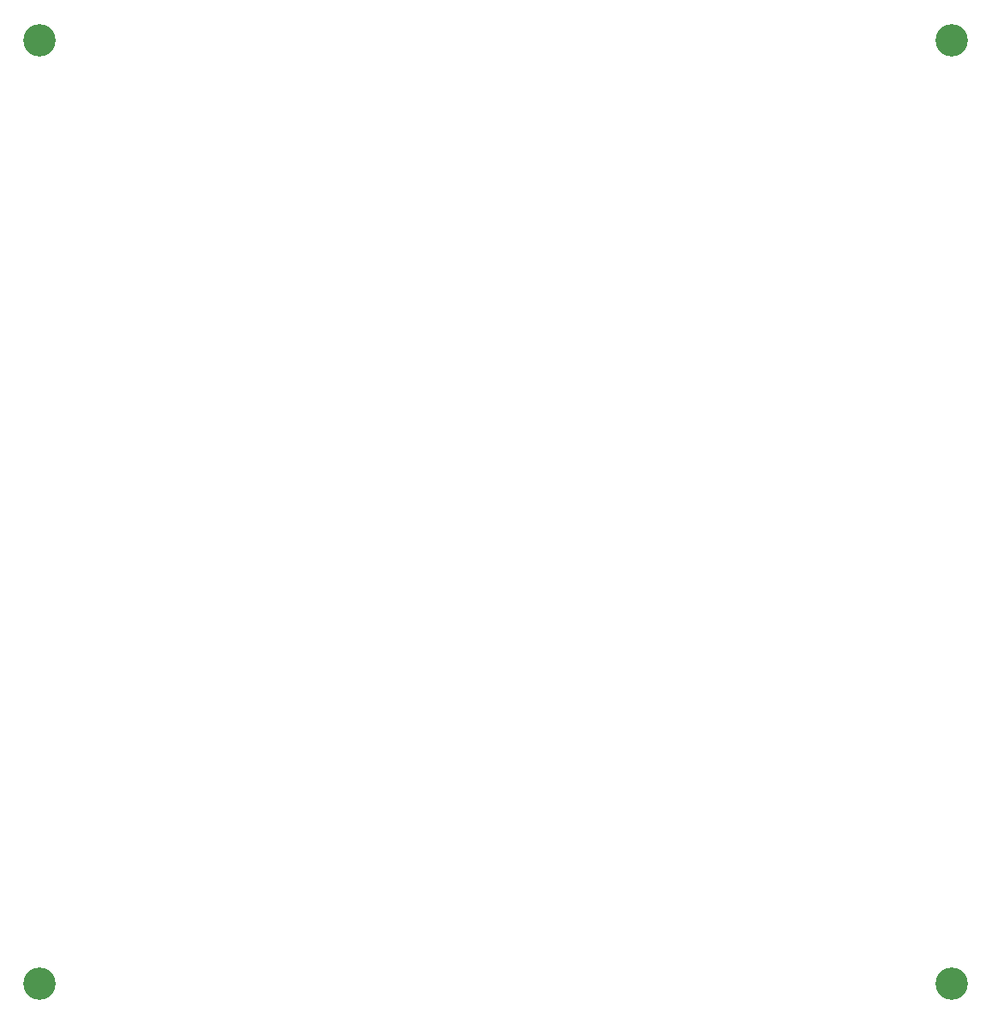
<source format=gbr>
%TF.GenerationSoftware,KiCad,Pcbnew,7.0.7*%
%TF.CreationDate,2023-10-03T08:45:34+02:00*%
%TF.ProjectId,frontPanel,66726f6e-7450-4616-9e65-6c2e6b696361,rev?*%
%TF.SameCoordinates,Original*%
%TF.FileFunction,Soldermask,Bot*%
%TF.FilePolarity,Negative*%
%FSLAX46Y46*%
G04 Gerber Fmt 4.6, Leading zero omitted, Abs format (unit mm)*
G04 Created by KiCad (PCBNEW 7.0.7) date 2023-10-03 08:45:34*
%MOMM*%
%LPD*%
G01*
G04 APERTURE LIST*
%ADD10C,3.200000*%
G04 APERTURE END LIST*
D10*
%TO.C,REF\u002A\u002A*%
X176015000Y-52327731D03*
%TD*%
%TO.C,REF\u002A\u002A*%
X86015000Y-145327731D03*
%TD*%
%TO.C,REF\u002A\u002A*%
X176015000Y-145327731D03*
%TD*%
%TO.C,REF\u002A\u002A*%
X86015000Y-52327731D03*
%TD*%
M02*

</source>
